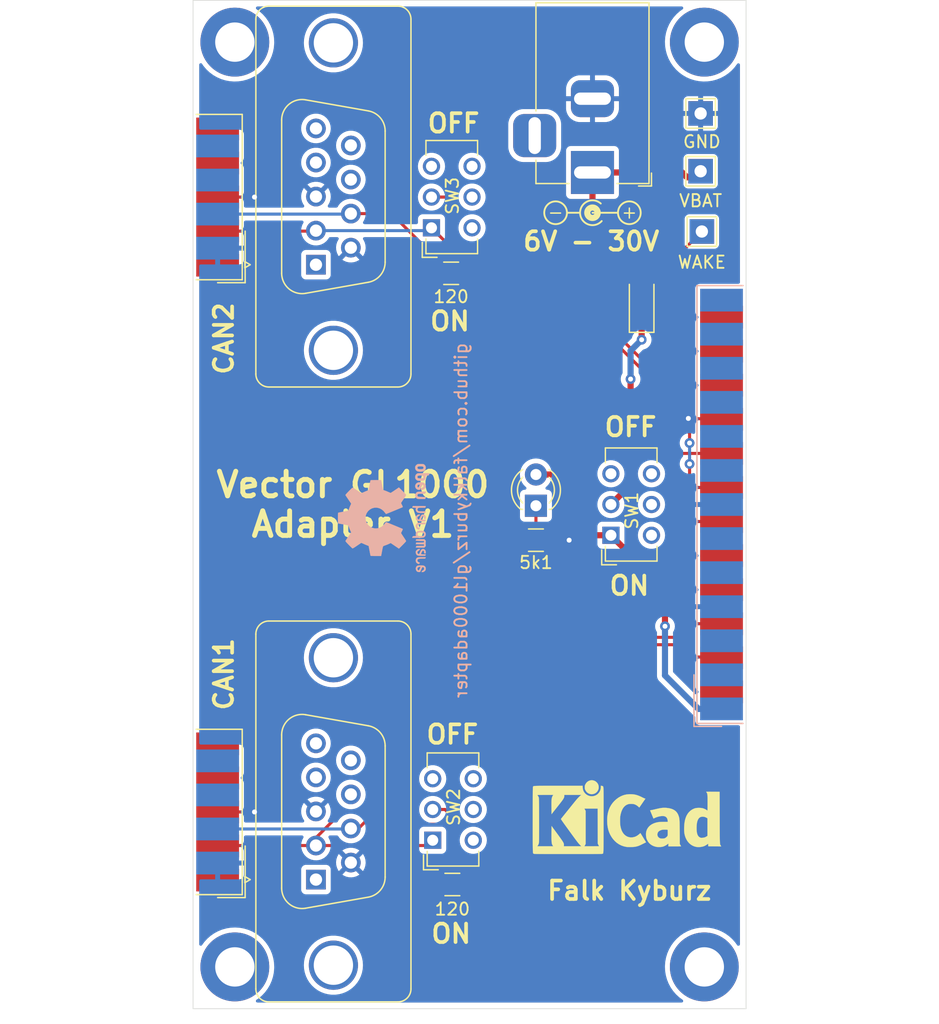
<source format=kicad_pcb>
(kicad_pcb (version 20211014) (generator pcbnew)
  (title_block (title "Vector GL1000 Adapter") (date "2021-05-13") (rev "0") (company "Falk Kyburz") (comment 1 "https://github.com/falkkyburz"))
  (layers (0 "F.Cu" signal) (31 "B.Cu" signal) (34 "B.Paste" user) (35 "F.Paste" user) (36 "B.SilkS" user "B.Silkscreen") (37 "F.SilkS" user "F.Silkscreen") (38 "B.Mask" user) (39 "F.Mask" user) (44 "Edge.Cuts" user))
  (net 0 "")
  (net 1 "Net-(D1-Pad1)")
  (net 2 "/GND")
  (net 3 "/CAN1H")
  (net 4 "/CAN1L")
  (net 5 "/CAN2L")
  (net 6 "/CAN2H")
  (net 7 "/VBAT")
  (net 8 "Net-(R2-Pad2)")
  (net 9 "Net-(R3-Pad2)")
  (net 10 "/VBAT1")
  (net 11 "/VBAT2")
  (net 12 "/WAKE")
  (footprint "Connector_Dsub:DSUB-9_Female_EdgeMount_P2.77mm" (layer "F.Cu") (at 107 120 -90)
    (fp_text reference "J2" hide)
    (fp_text value "DS1033-09FUNSiSS")
    (pad "1" smd rect locked (at 5.54 0 270) (size 1.846667 3.48) (layers "F.Cu" "F.Paste" "F.Mask"))
    (pad "2" smd rect locked (at 2.77 0 270) (size 1.846667 3.48) (layers "F.Cu" "F.Paste" "F.Mask") (net 4 "/CAN1L"))
    (pad "3" smd rect locked (at 0 0 270) (size 1.846667 3.48) (layers "F.Cu" "F.Paste" "F.Mask") (net 2 "/GND"))
    (pad "4" smd rect locked (at -2.77 0 270) (size 1.846667 3.48) (layers "F.Cu" "F.Paste" "F.Mask"))
    (pad "5" smd rect locked (at -5.54 0 270) (size 1.846667 3.48) (layers "F.Cu" "F.Paste" "F.Mask"))
    (pad "6" smd rect locked (at 4.155 0 270) (size 1.846667 3.48) (layers "B.Cu" "B.Paste" "B.Mask") (net 2 "/GND"))
    (pad "7" smd rect locked (at 1.385 0 270) (size 1.846667 3.48) (layers "B.Cu" "B.Paste" "B.Mask") (net 3 "/CAN1H"))
    (pad "8" smd rect locked (at -1.385 0 270) (size 1.846667 3.48) (layers "B.Cu" "B.Paste" "B.Mask"))
    (pad "9" smd rect locked (at -4.155 0 270) (size 1.846667 3.48) (layers "B.Cu" "B.Paste" "B.Mask"))
  )
  (footprint "LED_THT:LED_D3.0mm" (layer "F.Cu") (at 132.9 95.1 90)
    (fp_text reference "D1" hide)
    (fp_text value "LED 3mm green")
    (pad "1" thru_hole rect locked (at 0 0 90) (size 1.8 1.8) (drill 0.9) (layers *.Cu *.Mask) (net 1 "Net-(D1-Pad1)"))
    (pad "2" thru_hole circle locked (at 2.54 0 90) (size 1.8 1.8) (drill 0.9) (layers *.Cu *.Mask) (net 11 "/VBAT2"))
  )
  (footprint "TestPoint:TestPoint_THTPad_2.0x2.0mm_Drill1.0mm" (layer "F.Cu") (at 146.3 63.2 -90)
    (fp_text reference "TP13" hide)
    (fp_text value "GND" (at 2.3 -0.1) (layer "F.SilkS"))
    (pad "1" thru_hole rect locked (at 0 0 270) (size 2 2) (drill 1) (layers *.Cu *.Mask) (net 2 "/GND"))
  )
  (footprint "TestPoint:TestPoint_THTPad_2.0x2.0mm_Drill1.0mm" (layer "F.Cu") (at 146.3 67.9 -90)
    (fp_text reference "TP12" hide)
    (fp_text value "VBAT" (at 2.4 0 180) (layer "F.SilkS"))
    (pad "1" thru_hole rect locked (at 0 0 270) (size 2 2) (drill 1) (layers *.Cu *.Mask) (net 7 "/VBAT"))
  )
  (footprint "Resistor_SMD:R_1206_3216Metric" (layer "F.Cu") (at 132.9 97.9)
    (fp_text reference "R1" hide)
    (fp_text value "5k1" (at 0 1.82) (layer "F.SilkS"))
    (pad "1" smd roundrect locked (at -1.4 0) (size 1.25 1.75) (layers "F.Cu" "F.Paste" "F.Mask") (roundrect_rratio 0.2) (net 1 "Net-(D1-Pad1)"))
    (pad "2" smd roundrect locked (at 1.4 0) (size 1.25 1.75) (layers "F.Cu" "F.Paste" "F.Mask") (roundrect_rratio 0.2) (net 2 "/GND"))
  )
  (footprint "Connector_Dsub:DSUB-9_Female_EdgeMount_P2.77mm" (layer "F.Cu") (at 107 70 -90)
    (fp_text reference "J4" hide)
    (fp_text value "DS1033-09FUNSiSS")
    (pad "1" smd rect locked (at 5.54 0 270) (size 1.846667 3.48) (layers "F.Cu" "F.Paste" "F.Mask"))
    (pad "2" smd rect locked (at 2.77 0 270) (size 1.846667 3.48) (layers "F.Cu" "F.Paste" "F.Mask") (net 5 "/CAN2L"))
    (pad "3" smd rect locked (at 0 0 270) (size 1.846667 3.48) (layers "F.Cu" "F.Paste" "F.Mask") (net 2 "/GND"))
    (pad "4" smd rect locked (at -2.77 0 270) (size 1.846667 3.48) (layers "F.Cu" "F.Paste" "F.Mask"))
    (pad "5" smd rect locked (at -5.54 0 270) (size 1.846667 3.48) (layers "F.Cu" "F.Paste" "F.Mask"))
    (pad "6" smd rect locked (at 4.155 0 270) (size 1.846667 3.48) (layers "B.Cu" "B.Paste" "B.Mask") (net 2 "/GND"))
    (pad "7" smd rect locked (at 1.385 0 270) (size 1.846667 3.48) (layers "B.Cu" "B.Paste" "B.Mask") (net 6 "/CAN2H"))
    (pad "8" smd rect locked (at -1.385 0 270) (size 1.846667 3.48) (layers "B.Cu" "B.Paste" "B.Mask"))
    (pad "9" smd rect locked (at -4.155 0 270) (size 1.846667 3.48) (layers "B.Cu" "B.Paste" "B.Mask"))
  )
  (footprint "Connector_Dsub:DSUB-9_Male_Vertical_P2.77x2.84mm_MountingHoles" (layer "F.Cu") (at 115 125.5 90)
    (fp_text reference "J5" hide)
    (fp_text value "DS1034-09MUNSi44")
    (pad "0" thru_hole circle locked (at -6.96 1.42 90) (size 4 4) (drill 3.2) (layers *.Cu *.Mask))
    (pad "0" thru_hole circle locked (at 18.04 1.42 90) (size 4 4) (drill 3.2) (layers *.Cu *.Mask))
    (pad "1" thru_hole rect locked (at 0 0 90) (size 1.6 1.6) (drill 1) (layers *.Cu *.Mask))
    (pad "2" thru_hole circle locked (at 2.77 0 90) (size 1.6 1.6) (drill 1) (layers *.Cu *.Mask) (net 4 "/CAN1L"))
    (pad "3" thru_hole circle locked (at 5.54 0 90) (size 1.6 1.6) (drill 1) (layers *.Cu *.Mask) (net 2 "/GND"))
    (pad "4" thru_hole circle locked (at 8.31 0 90) (size 1.6 1.6) (drill 1) (layers *.Cu *.Mask))
    (pad "5" thru_hole circle locked (at 11.08 0 90) (size 1.6 1.6) (drill 1) (layers *.Cu *.Mask))
    (pad "6" thru_hole circle locked (at 1.385 2.84 90) (size 1.6 1.6) (drill 1) (layers *.Cu *.Mask) (net 2 "/GND"))
    (pad "7" thru_hole circle locked (at 4.155 2.84 90) (size 1.6 1.6) (drill 1) (layers *.Cu *.Mask) (net 3 "/CAN1H"))
    (pad "8" thru_hole circle locked (at 6.925 2.84 90) (size 1.6 1.6) (drill 1) (layers *.Cu *.Mask))
    (pad "9" thru_hole circle locked (at 9.695 2.84 90) (size 1.6 1.6) (drill 1) (layers *.Cu *.Mask))
  )
  (footprint "Resistor_SMD:R_1206_3216Metric" (layer "F.Cu") (at 126.1 125.9)
    (fp_text reference "R2" hide)
    (fp_text value "120" (at 0 2 180) (layer "F.SilkS"))
    (pad "1" smd roundrect locked (at -1.4 0) (size 1.25 1.75) (layers "F.Cu" "F.Paste" "F.Mask") (roundrect_rratio 0.2) (net 3 "/CAN1H"))
    (pad "2" smd roundrect locked (at 1.4 0) (size 1.25 1.75) (layers "F.Cu" "F.Paste" "F.Mask") (roundrect_rratio 0.2) (net 8 "Net-(R2-Pad2)"))
  )
  (footprint "Button_Switch_THT:SW_CuK_JS202011CQN_DPDT_Straight" (layer "F.Cu") (at 139 97.5 90)
    (fp_text reference "SW1" (at 2 1.7 90) (layer "F.SilkS"))
    (fp_text value "K3-2235D-K1")
    (pad "1" thru_hole rect locked (at 0 0 90) (size 1.4 1.4) (drill 0.9) (layers *.Cu *.Mask) (net 11 "/VBAT2"))
    (pad "2" thru_hole circle locked (at 2.5 0 90) (size 1.4 1.4) (drill 0.9) (layers *.Cu *.Mask) (net 10 "/VBAT1"))
    (pad "3" thru_hole circle locked (at 5 0 90) (size 1.4 1.4) (drill 0.9) (layers *.Cu *.Mask))
    (pad "4" thru_hole circle locked (at 0 3.3 90) (size 1.4 1.4) (drill 0.9) (layers *.Cu *.Mask))
    (pad "5" thru_hole circle locked (at 2.5 3.3 90) (size 1.4 1.4) (drill 0.9) (layers *.Cu *.Mask))
    (pad "6" thru_hole circle locked (at 5 3.3 90) (size 1.4 1.4) (drill 0.9) (layers *.Cu *.Mask))
  )
  (footprint "Button_Switch_THT:SW_CuK_JS202011CQN_DPDT_Straight" (layer "F.Cu") (at 124.5 122.3 90)
    (fp_text reference "SW2" (at 2.7 1.7 270) (layer "F.SilkS"))
    (fp_text value "K3-2235D-K1")
    (pad "1" thru_hole rect locked (at 0 0 90) (size 1.4 1.4) (drill 0.9) (layers *.Cu *.Mask) (net 4 "/CAN1L"))
    (pad "2" thru_hole circle locked (at 2.5 0 90) (size 1.4 1.4) (drill 0.9) (layers *.Cu *.Mask) (net 8 "Net-(R2-Pad2)"))
    (pad "3" thru_hole circle locked (at 5 0 90) (size 1.4 1.4) (drill 0.9) (layers *.Cu *.Mask))
    (pad "4" thru_hole circle locked (at 0 3.3 90) (size 1.4 1.4) (drill 0.9) (layers *.Cu *.Mask))
    (pad "5" thru_hole circle locked (at 2.5 3.3 90) (size 1.4 1.4) (drill 0.9) (layers *.Cu *.Mask))
    (pad "6" thru_hole circle locked (at 5 3.3 90) (size 1.4 1.4) (drill 0.9) (layers *.Cu *.Mask))
  )
  (footprint "Button_Switch_THT:SW_CuK_JS202011CQN_DPDT_Straight" (layer "F.Cu") (at 124.4 72.5 90)
    (fp_text reference "SW3" (at 2.6 1.7 90) (layer "F.SilkS"))
    (fp_text value "K3-2235D-K1")
    (pad "1" thru_hole rect locked (at 0 0 90) (size 1.4 1.4) (drill 0.9) (layers *.Cu *.Mask) (net 5 "/CAN2L"))
    (pad "2" thru_hole circle locked (at 2.5 0 90) (size 1.4 1.4) (drill 0.9) (layers *.Cu *.Mask) (net 9 "Net-(R3-Pad2)"))
    (pad "3" thru_hole circle locked (at 5 0 90) (size 1.4 1.4) (drill 0.9) (layers *.Cu *.Mask))
    (pad "4" thru_hole circle locked (at 0 3.3 90) (size 1.4 1.4) (drill 0.9) (layers *.Cu *.Mask))
    (pad "5" thru_hole circle locked (at 2.5 3.3 90) (size 1.4 1.4) (drill 0.9) (layers *.Cu *.Mask))
    (pad "6" thru_hole circle locked (at 5 3.3 90) (size 1.4 1.4) (drill 0.9) (layers *.Cu *.Mask))
  )
  (footprint "Diode_SMD:D_SOD-123" (layer "F.Cu") (at 141.5 78.75 90)
    (fp_text reference "D2" hide)
    (fp_text value "SM4007PL")
    (pad "1" smd rect locked (at -1.65 0 90) (size 0.9 1.2) (layers "F.Cu" "F.Paste" "F.Mask") (net 10 "/VBAT1"))
    (pad "2" smd rect locked (at 1.65 0 90) (size 0.9 1.2) (layers "F.Cu" "F.Paste" "F.Mask") (net 7 "/VBAT"))
  )
  (footprint "Connector_Dsub:DSUB-9_Male_Vertical_P2.77x2.84mm_MountingHoles" (layer "F.Cu") (at 115 75.5 90)
    (fp_text reference "J6" hide)
    (fp_text value "DS1034-09MUNSi44")
    (pad "0" thru_hole circle locked (at -6.96 1.42 90) (size 4 4) (drill 3.2) (layers *.Cu *.Mask))
    (pad "0" thru_hole circle locked (at 18.04 1.42 90) (size 4 4) (drill 3.2) (layers *.Cu *.Mask))
    (pad "1" thru_hole rect locked (at 0 0 90) (size 1.6 1.6) (drill 1) (layers *.Cu *.Mask))
    (pad "2" thru_hole circle locked (at 2.77 0 90) (size 1.6 1.6) (drill 1) (layers *.Cu *.Mask) (net 5 "/CAN2L"))
    (pad "3" thru_hole circle locked (at 5.54 0 90) (size 1.6 1.6) (drill 1) (layers *.Cu *.Mask) (net 2 "/GND"))
    (pad "4" thru_hole circle locked (at 8.31 0 90) (size 1.6 1.6) (drill 1) (layers *.Cu *.Mask))
    (pad "5" thru_hole circle locked (at 11.08 0 90) (size 1.6 1.6) (drill 1) (layers *.Cu *.Mask))
    (pad "6" thru_hole circle locked (at 1.385 2.84 90) (size 1.6 1.6) (drill 1) (layers *.Cu *.Mask) (net 2 "/GND"))
    (pad "7" thru_hole circle locked (at 4.155 2.84 90) (size 1.6 1.6) (drill 1) (layers *.Cu *.Mask) (net 6 "/CAN2H"))
    (pad "8" thru_hole circle locked (at 6.925 2.84 90) (size 1.6 1.6) (drill 1) (layers *.Cu *.Mask))
    (pad "9" thru_hole circle locked (at 9.695 2.84 90) (size 1.6 1.6) (drill 1) (layers *.Cu *.Mask))
  )
  (footprint "Connector_BarrelJack:BarrelJack_Horizontal" (layer "F.Cu") (at 137.5 68 -90)
    (fp_text reference "J1" hide)
    (fp_text value "Barrel_Jack")
    (pad "1" thru_hole rect locked (at 0 0 270) (size 3.5 3.5) (drill oval 1 3) (layers *.Cu *.Mask) (net 7 "/VBAT"))
    (pad "2" thru_hole roundrect locked (at -6 0 270) (size 3 3.5) (drill oval 1 3) (layers *.Cu *.Mask) (net 2 "/GND"))
    (pad "3" thru_hole roundrect locked (at -3 4.7 270) (size 3.5 3.5) (drill oval 3 1) (layers *.Cu *.Mask))
  )
  (footprint "Symbol:KiCad-Logo_6mm_SilkScreen" (layer "F.Cu") (at 140.3 120.4)
    (fp_text reference "REF**" hide)
    (fp_text value "KiCad-Logo_6mm_SilkScreen" hide)
  )
  (footprint "MountingHole:MountingHole_3.2mm_M3_DIN965_Pad" (layer "F.Cu") (at 108.4 132.6)
    (fp_text reference "REF**" hide)
    (fp_text value "MountingHole_3.2mm_M3_DIN965_Pad")
    (pad "1" thru_hole circle locked (at 0 0) (size 5.6 5.6) (drill 3.2) (layers *.Cu *.Mask))
  )
  (footprint "MountingHole:MountingHole_3.2mm_M3_DIN965_Pad" (layer "F.Cu") (at 146.6 57.4)
    (fp_text reference "REF**" hide)
    (fp_text value "MountingHole_3.2mm_M3_DIN965_Pad")
    (pad "1" thru_hole circle locked (at 0 0) (size 5.6 5.6) (drill 3.2) (layers *.Cu *.Mask))
  )
  (footprint "Symbol:Symbol_Barrel_Polarity" (layer "F.Cu") (at 137.5 71.2)
    (fp_text reference "REF**" hide)
    (fp_text value "Symbol_Barrel_Polarity")
  )
  (footprint "Resistor_SMD:R_1206_3216Metric" (layer "F.Cu") (at 126 76.2)
    (fp_text reference "R3" hide)
    (fp_text value "120" (at 0 1.9 180) (layer "F.SilkS"))
    (pad "1" smd roundrect locked (at -1.4 0) (size 1.25 1.75) (layers "F.Cu" "F.Paste" "F.Mask") (roundrect_rratio 0.2) (net 6 "/CAN2H"))
    (pad "2" smd roundrect locked (at 1.4 0) (size 1.25 1.75) (layers "F.Cu" "F.Paste" "F.Mask") (roundrect_rratio 0.2) (net 9 "Net-(R3-Pad2)"))
  )
  (footprint "TestPoint:TestPoint_THTPad_2.0x2.0mm_Drill1.0mm" (layer "F.Cu") (at 146.4 72.8)
    (fp_text reference "TP1" hide)
    (fp_text value "WAKE" (at 0 2.5) (layer "F.SilkS"))
    (pad "1" thru_hole rect locked (at 0 0) (size 2 2) (drill 1) (layers *.Cu *.Mask) (net 12 "/WAKE"))
  )
  (footprint "MountingHole:MountingHole_3.2mm_M3_DIN965_Pad" (layer "F.Cu") (at 108.4 57.4)
    (fp_text reference "REF**" hide)
    (fp_text value "MountingHole_3.2mm_M3_DIN965_Pad")
    (pad "1" thru_hole circle locked (at 0 0) (size 5.6 5.6) (drill 3.2) (layers *.Cu *.Mask))
  )
  (footprint "MountingHole:MountingHole_3.2mm_M3_DIN965_Pad" (layer "F.Cu") (at 146.6 132.6)
    (fp_text reference "REF**" hide)
    (fp_text value "MountingHole_3.2mm_M3_DIN965_Pad")
    (pad "1" thru_hole circle locked (at 0 0) (size 5.6 5.6) (drill 3.2) (layers *.Cu *.Mask))
  )
  (footprint "Connector_Dsub:DSUB-25_Female_EdgeMount_P2.77mm" (layer "B.Cu") (at 148 95 -90)
    (fp_text reference "J3" hide)
    (fp_text value "DB25_Female")
    (pad "1" smd rect locked (at 16.62 0 270) (size 1.846667 3.48) (layers "B.Cu" "B.Paste" "B.Mask") (net 11 "/VBAT2"))
    (pad "2" smd rect locked (at 13.85 0 270) (size 1.846667 3.48) (layers "B.Cu" "B.Paste" "B.Mask"))
    (pad "3" smd rect locked (at 11.08 0 270) (size 1.846667 3.48) (layers "B.Cu" "B.Paste" "B.Mask"))
    (pad "4" smd rect locked (at 8.31 0 270) (size 1.846667 3.48) (layers "B.Cu" "B.Paste" "B.Mask") (net 2 "/GND"))
    (pad "5" smd rect locked (at 5.54 0 270) (size 1.846667 3.48) (layers "B.Cu" "B.Paste" "B.Mask"))
    (pad "6" smd rect locked (at 2.77 0 270) (size 1.846667 3.48) (layers "B.Cu" "B.Paste" "B.Mask"))
    (pad "7" smd rect locked (at 0 0 270) (size 1.846667 3.48) (layers "B.Cu" "B.Paste" "B.Mask") (net 2 "/GND"))
    (pad "8" smd rect locked (at -2.77 0 270) (size 1.846667 3.48) (layers "B.Cu" "B.Paste" "B.Mask"))
    (pad "9" smd rect locked (at -5.54 0 270) (size 1.846667 3.48) (layers "B.Cu" "B.Paste" "B.Mask"))
    (pad "10" smd rect locked (at -8.31 0 270) (size 1.846667 3.48) (layers "B.Cu" "B.Paste" "B.Mask"))
    (pad "11" smd rect locked (at -11.08 0 270) (size 1.846667 3.48) (layers "B.Cu" "B.Paste" "B.Mask"))
    (pad "12" smd rect locked (at -13.85 0 270) (size 1.846667 3.48) (layers "B.Cu" "B.Paste" "B.Mask"))
    (pad "13" smd rect locked (at -16.62 0 270) (size 1.846667 3.48) (layers "B.Cu" "B.Paste" "B.Mask"))
    (pad "14" smd rect locked (at 15.235 0 270) (size 1.846667 3.48) (layers "F.Cu" "F.Paste" "F.Mask"))
    (pad "15" smd rect locked (at 12.465 0 270) (size 1.846667 3.48) (layers "F.Cu" "F.Paste" "F.Mask") (net 3 "/CAN1H"))
    (pad "16" smd rect locked (at 9.695 0 270) (size 1.846667 3.48) (layers "F.Cu" "F.Paste" "F.Mask") (net 4 "/CAN1L"))
    (pad "17" smd rect locked (at 6.925 0 270) (size 1.846667 3.48) (layers "F.Cu" "F.Paste" "F.Mask"))
    (pad "18" smd rect locked (at 4.155 0 270) (size 1.846667 3.48) (layers "F.Cu" "F.Paste" "F.Mask"))
    (pad "19" smd rect locked (at 1.385 0 270) (size 1.846667 3.48) (layers "F.Cu" "F.Paste" "F.Mask") (net 6 "/CAN2H"))
    (pad "20" smd rect locked (at -1.385 0 270) (size 1.846667 3.48) (layers "F.Cu" "F.Paste" "F.Mask") (net 12 "/WAKE"))
    (pad "21" smd rect locked (at -4.155 0 270) (size 1.846667 3.48) (layers "F.Cu" "F.Paste" "F.Mask") (net 5 "/CAN2L"))
    (pad "22" smd rect locked (at -6.925 0 270) (size 1.846667 3.48) (layers "F.Cu" "F.Paste" "F.Mask") (net 2 "/GND"))
    (pad "23" smd rect locked (at -9.695 0 270) (size 1.846667 3.48) (layers "F.Cu" "F.Paste" "F.Mask"))
    (pad "24" smd rect locked (at -12.465 0 270) (size 1.846667 3.48) (layers "F.Cu" "F.Paste" "F.Mask"))
    (pad "25" smd rect locked (at -15.235 0 270) (size 1.846667 3.48) (layers "F.Cu" "F.Paste" "F.Mask"))
  )
  (footprint "Symbol:OSHW-Logo2_9.8x8mm_SilkScreen" (layer "B.Cu") (at 120.5 96.1 -90)
    (fp_text reference "REF**" hide)
    (fp_text value "OSHW-Logo2_9.8x8mm_SilkScreen" hide)
  )
  (gr_line (start 140.1 71.3) (end 140.9 71.3) (layer "F.SilkS") (width 0.12))
  (gr_line (start 134.1 71.3) (end 134.9 71.3) (layer "F.SilkS") (width 0.12))
  (gr_line (start 140.5 70.9) (end 140.5 71.7) (layer "F.SilkS") (width 0.12))
  (gr_line (start 105 136) (end 105 54) (layer "Edge.Cuts") (width 0.05))
  (gr_line (start 150 54) (end 150 136) (layer "Edge.Cuts") (width 0.05))
  (gr_line (start 150 136) (end 105 136) (layer "Edge.Cuts") (width 0.05))
  (gr_line (start 105 54) (end 150 54) (layer "Edge.Cuts") (width 0.05))
  (gr_text "github.com/falkkyburz/gl1000adapter" (at 126.8 96.3 90) (layer "B.SilkS") (effects (font (size 1 1)) (justify mirror)))
  (gr_text "CAN1" (at 107.5 108.8 90) (layer "F.SilkS") (effects (font (size 1.5 1.5) (thickness 0.3))))
  (gr_text "Falk Kyburz" (at 140.5 126.4) (layer "F.SilkS") (effects (font (size 1.5 1.5) (thickness 0.3))))
  (gr_text "CAN2" (at 107.5 81.5 90) (layer "F.SilkS") (effects (font (size 1.5 1.5) (thickness 0.3))))
  (gr_text "ON" (at 125.9 80.1) (layer "F.SilkS") (effects (font (size 1.5 1.5) (thickness 0.3))))
  (gr_text "ON" (at 126 129.9) (layer "F.SilkS") (effects (font (size 1.5 1.5) (thickness 0.3))))
  (gr_text "ON" (at 140.5 101.6) (layer "F.SilkS") (effects (font (size 1.5 1.5) (thickness 0.3))))
  (gr_text "OFF" (at 126.2 64) (layer "F.SilkS") (effects (font (size 1.5 1.5) (thickness 0.3))))
  (gr_text "OFF" (at 126.1 113.7) (layer "F.SilkS") (effects (font (size 1.5 1.5) (thickness 0.3))))
  (gr_text "Vector GL1000\nAdapter V1\n" (at 118 95) (layer "F.SilkS") (effects (font (size 2 2) (thickness 0.4))))
  (gr_text "OFF" (at 140.6 88.7) (layer "F.SilkS") (effects (font (size 1.5 1.5) (thickness 0.3))))
  (gr_text "6V - 30V" (at 137.4 73.6) (layer "F.SilkS") (effects (font (size 1.5 1.5) (thickness 0.3))))
  (segment (start 132.9 96.5) (end 131.5 97.9) (width 0.25) (layer "F.Cu") (net 1))
  (segment (start 132.9 95.1) (end 132.9 96.5) (width 0.25) (layer "F.Cu") (net 1))
  (segment (start 148 88.075) (end 145.3 88) (width 0.25) (layer "F.Cu") (net 2))
  (segment (start 107 120) (end 110 120) (width 0.25) (layer "F.Cu") (net 2))
  (segment (start 107 70) (end 110 70) (width 0.25) (layer "F.Cu") (net 2))
  (segment (start 134.3 97.9) (end 135.6 97.9) (width 0.25) (layer "F.Cu") (net 2))
  (via (at 145.3 88) (size 0.8) (drill 0.4) (layers "F.Cu" "B.Cu") (net 2))
  (via (at 110 120) (size 0.8) (drill 0.4) (layers "F.Cu" "B.Cu") (net 2))
  (via (at 135.6 97.9) (size 0.8) (drill 0.4) (layers "F.Cu" "B.Cu") (net 2))
  (via (at 110 70) (size 0.8) (drill 0.4) (layers "F.Cu" "B.Cu") (net 2))
  (segment (start 117.84 121.345) (end 118.455 121.345) (width 0.25) (layer "F.Cu") (net 3))
  (segment (start 126 123.4) (end 126 121.3) (width 0.25) (layer "F.Cu") (net 3))
  (segment (start 125.7 121) (end 119.4 121) (width 0.25) (layer "F.Cu") (net 3))
  (segment (start 119.1 120.7) (end 133.4 106.4) (width 0.25) (layer "F.Cu") (net 3))
  (segment (start 118.455 121.345) (end 119.1 120.7) (width 0.25) (layer "F.Cu") (net 3))
  (segment (start 133.4 106.4) (end 144.6 106.4) (width 0.25) (layer "F.Cu") (net 3))
  (segment (start 126 121.3) (end 125.7 121) (width 0.25) (layer "F.Cu") (net 3))
  (segment (start 119.4 121) (end 119.1 120.7) (width 0.25) (layer "F.Cu") (net 3))
  (segment (start 124.7 125.9) (end 124.7 124.7) (width 0.25) (layer "F.Cu") (net 3))
  (segment (start 124.7 124.7) (end 126 123.4) (width 0.25) (layer "F.Cu") (net 3))
  (segment (start 144.6 106.4) (end 145.6 107.4) (width 0.25) (layer "F.Cu") (net 3))
  (segment (start 145.6 107.4) (end 147.935 107.4) (width 0.25) (layer "F.Cu") (net 3))
  (segment (start 147.935 107.4) (end 148 107.465) (width 0.25) (layer "F.Cu") (net 3))
  (segment (start 117.8 121.385) (end 117.84 121.345) (width 0.25) (layer "B.Cu") (net 3))
  (segment (start 107 121.385) (end 117.8 121.385) (width 0.25) (layer "B.Cu") (net 3))
  (segment (start 124.07 122.73) (end 124.5 122.3) (width 0.25) (layer "F.Cu") (net 4))
  (segment (start 107.04 122.73) (end 107 122.77) (width 0.25) (layer "F.Cu") (net 4))
  (segment (start 133.3 105.8) (end 119.1 120) (width 0.25) (layer "F.Cu") (net 4))
  (segment (start 148 104.695) (end 145.705 104.695) (width 0.25) (layer "F.Cu") (net 4))
  (segment (start 115 122.73) (end 107.04 122.73) (width 0.25) (layer "F.Cu") (net 4))
  (segment (start 117.1 120) (end 115 122.1) (width 0.25) (layer "F.Cu") (net 4))
  (segment (start 115 122.73) (end 124.07 122.73) (width 0.25) (layer "F.Cu") (net 4))
  (segment (start 119.1 120) (end 117.1 120) (width 0.25) (layer "F.Cu") (net 4))
  (segment (start 115 122.1) (end 115 122.73) (width 0.25) (layer "F.Cu") (net 4))
  (segment (start 145.705 104.695) (end 144.6 105.8) (width 0.25) (layer "F.Cu") (net 4))
  (segment (start 144.6 105.8) (end 133.3 105.8) (width 0.25) (layer "F.Cu") (net 4))
  (segment (start 144 85.7) (end 138.2 79.9) (width 0.25) (layer "F.Cu") (net 5))
  (segment (start 126.6 79.9) (end 126.1 79.4) (width 0.25) (layer "F.Cu") (net 5))
  (segment (start 148 90.845) (end 144.245 90.845) (width 0.25) (layer "F.Cu") (net 5))
  (segment (start 126.1 79.4) (end 126.1 74.2) (width 0.25) (layer "F.Cu") (net 5))
  (segment (start 138.2 79.9) (end 126.6 79.9) (width 0.25) (layer "F.Cu") (net 5))
  (segment (start 144 90.6) (end 144 85.7) (width 0.25) (layer "F.Cu") (net 5))
  (segment (start 144.245 90.845) (end 144 90.6) (width 0.25) (layer "F.Cu") (net 5))
  (segment (start 126.1 74.2) (end 124.4 72.5) (width 0.25) (layer "F.Cu") (net 5))
  (segment (start 114.96 72.77) (end 115 72.73) (width 0.25) (layer "F.Cu") (net 5))
  (segment (start 107 72.77) (end 114.96 72.77) (width 0.25) (layer "F.Cu") (net 5))
  (segment (start 124.17 72.73) (end 124.4 72.5) (width 0.25) (layer "B.Cu") (net 5))
  (segment (start 115 72.73) (end 124.17 72.73) (width 0.25) (layer "B.Cu") (net 5))
  (segment (start 124.6 78.8) (end 126.3 80.5) (width 0.25) (layer "F.Cu") (net 6))
  (segment (start 143.5 86) (end 143.5 91.2) (width 0.25) (layer "F.Cu") (net 6))
  (segment (start 126.3 80.5) (end 138 80.5) (width 0.25) (layer "F.Cu") (net 6))
  (segment (start 144.9 92.6) (end 144.9 95.6) (width 0.25) (layer "F.Cu") (net 6))
  (segment (start 143.5 91.2) (end 144.9 92.6) (width 0.25) (layer "F.Cu") (net 6))
  (segment (start 145.685 96.385) (end 148 96.385) (width 0.25) (layer "F.Cu") (net 6))
  (segment (start 138 80.5) (end 143.5 86) (width 0.25) (layer "F.Cu") (net 6))
  (segment (start 117.84 71.345) (end 120.145 71.345) (width 0.25) (layer "F.Cu") (net 6))
  (segment (start 121.145 71.345) (end 120.145 71.345) (width 0.25) (layer "F.Cu") (net 6))
  (segment (start 144.9 95.6) (end 145.685 96.385) (width 0.25) (layer "F.Cu") (net 6))
  (segment (start 124.6 76.2) (end 124.6 78.8) (width 0.25) (layer "F.Cu") (net 6))
  (segment (start 124.6 74.8) (end 121.145 71.345) (width 0.25) (layer "F.Cu") (net 6))
  (segment (start 124.6 76.2) (end 124.6 74.8) (width 0.25) (layer "F.Cu") (net 6))
  (segment (start 117.8 71.385) (end 117.84 71.345) (width 0.25) (layer "B.Cu") (net 6))
  (segment (start 107 71.385) (end 117.8 71.385) (width 0.25) (layer "B.Cu") (net 6))
  (segment (start 137.5 68) (end 144.8 68) (width 0.5) (layer "F.Cu") (net 7))
  (segment (start 137.5 71.6) (end 137.5 68) (width 0.5) (layer "F.Cu") (net 7))
  (segment (start 141.5 77.1) (end 141.5 75.6) (width 0.5) (layer "F.Cu") (net 7))
  (segment (start 145.1 68.3) (end 145.2 68.4) (width 0.5) (layer "F.Cu") (net 7))
  (segment (start 141.5 75.6) (end 137.5 71.6) (width 0.5) (layer "F.Cu") (net 7))
  (segment (start 144.8 68) (end 145.1 68.3) (width 0.5) (layer "F.Cu") (net 7))
  (segment (start 125.5 119.8) (end 126.5 120.8) (width 0.25) (layer "F.Cu") (net 8))
  (segment (start 127.5 124.4) (end 127.5 125.9) (width 0.25) (layer "F.Cu") (net 8))
  (segment (start 126.5 123.4) (end 127.5 124.4) (width 0.25) (layer "F.Cu") (net 8))
  (segment (start 126.5 120.8) (end 126.5 123.4) (width 0.25) (layer "F.Cu") (net 8))
  (segment (start 124.5 119.8) (end 125.5 119.8) (width 0.25) (layer "F.Cu") (net 8))
  (segment (start 127.4 74.7) (end 127.4 76.2) (width 0.25) (layer "F.Cu") (net 9))
  (segment (start 126.2 73.5) (end 127.4 74.7) (width 0.25) (layer "F.Cu") (net 9))
  (segment (start 125.6 70) (end 126.2 70.6) (width 0.25) (layer "F.Cu") (net 9))
  (segment (start 126.2 70.6) (end 126.2 73.5) (width 0.25) (layer "F.Cu") (net 9))
  (segment (start 124.4 70) (end 125.6 70) (width 0.25) (layer "F.Cu") (net 9))
  (segment (start 140.3 93.7) (end 140.6 93.4) (width 0.5) (layer "F.Cu") (net 10))
  (segment (start 141.5 80.4) (end 141.5 81.6) (width 0.5) (layer "F.Cu") (net 10))
  (segment (start 139 95) (end 140.3 93.7) (width 0.5) (layer "F.Cu") (net 10))
  (segment (start 140.6 93.4) (end 140.6 84.8) (width 0.5) (layer "F.Cu") (net 10))
  (via (at 140.6 84.8) (size 0.8) (drill 0.4) (layers "F.Cu" "B.Cu") (net 10))
  (via (at 141.5 81.6) (size 0.8) (drill 0.4) (layers "F.Cu" "B.Cu") (net 10))
  (segment (start 140.6 84.8) (end 140.6 82.5) (width 0.5) (layer "B.Cu") (net 10))
  (segment (start 140.6 82.5) (end 141.5 81.6) (width 0.5) (layer "B.Cu") (net 10))
  (segment (start 134.66 92.56) (end 132.9 92.56) (width 0.5) (layer "F.Cu") (net 11))
  (segment (start 136.4 96.3) (end 136.4 94.3) (width 0.5) (layer "F.Cu") (net 11))
  (segment (start 143.4 104.9) (end 143.4 101.9) (width 0.5) (layer "F.Cu") (net 11))
  (segment (start 143.4 101.9) (end 139 97.5) (width 0.5) (layer "F.Cu") (net 11))
  (segment (start 137.6 97.5) (end 136.4 96.3) (width 0.5) (layer "F.Cu") (net 11))
  (segment (start 139 97.5) (end 137.6 97.5) (width 0.5) (layer "F.Cu") (net 11))
  (segment (start 136.4 94.3) (end 134.66 92.56) (width 0.5) (layer "F.Cu") (net 11))
  (via (at 143.4 104.9) (size 0.8) (drill 0.4) (layers "F.Cu" "B.Cu") (net 11))
  (segment (start 146.12 111.62) (end 143.4 108.9) (width 0.5) (layer "B.Cu") (net 11))
  (segment (start 143.4 108.9) (end 143.4 104.9) (width 0.5) (layer "B.Cu") (net 11))
  (segment (start 148 111.62) (end 146.12 111.62) (width 0.5) (layer "B.Cu") (net 11))
  (segment (start 145.4 89.2) (end 144.5 88.3) (width 0.25) (layer "F.Cu") (net 12))
  (segment (start 148 93.615) (end 146.015 93.615) (width 0.25) (layer "F.Cu") (net 12))
  (segment (start 145.4 93) (end 145.4 91.7) (width 0.25) (layer "F.Cu") (net 12))
  (segment (start 145.4 90) (end 145.4 89.2) (width 0.25) (layer "F.Cu") (net 12))
  (segment (start 144.5 88.3) (end 144.5 74.7) (width 0.25) (layer "F.Cu") (net 12))
  (segment (start 144.5 74.7) (end 146.4 72.8) (width 0.25) (layer "F.Cu") (net 12))
  (segment (start 146.015 93.615) (end 145.4 93) (width 0.25) (layer "F.Cu") (net 12))
  (via (at 145.4 90) (size 0.8) (drill 0.4) (layers "F.Cu" "B.Cu") (net 12))
  (via (at 145.4 91.7) (size 0.8) (drill 0.4) (layers "F.Cu" "B.Cu") (net 12))
  (segment (start 145.4 90) (end 145.4 91.7) (width 0.25) (layer "B.Cu") (net 12))
  (zone (net 2) (net_name "/GND") (layer "B.Cu") (connect_pads (clearance 0.4)) (min_thickness 0.254) (fill yes (thermal_gap 0.4) (thermal_bridge_width 0.4))
    (polygon (pts (xy 149.5 135.5) (xy 105.5 135.5) (xy 105.5 54.5) (xy 149.5 54.5)))
  )
)
</source>
